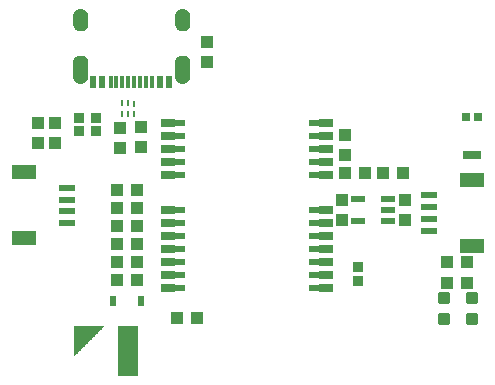
<source format=gtp>
G75*
%MOIN*%
%OFA0B0*%
%FSLAX25Y25*%
%IPPOS*%
%LPD*%
%AMOC8*
5,1,8,0,0,1.08239X$1,22.5*
%
%ADD10R,0.07874X0.04724*%
%ADD11R,0.05315X0.02362*%
%ADD12R,0.04331X0.03937*%
%ADD13C,0.00197*%
%ADD14R,0.06693X0.16535*%
%ADD15R,0.03937X0.04331*%
%ADD16C,0.01181*%
%ADD17R,0.02480X0.03268*%
%ADD18R,0.04724X0.02165*%
%ADD19R,0.04724X0.03150*%
%ADD20R,0.03543X0.02362*%
%ADD21R,0.00984X0.02402*%
%ADD22R,0.00984X0.02205*%
%ADD23R,0.01181X0.04000*%
%ADD24R,0.02362X0.04000*%
%ADD25R,0.02165X0.04000*%
%ADD26C,0.00039*%
%ADD27R,0.03543X0.03346*%
%ADD28R,0.06299X0.03150*%
%ADD29R,0.02559X0.03150*%
D10*
X0158865Y0127876D03*
X0158865Y0149924D03*
X0308302Y0147424D03*
X0308302Y0125376D03*
D11*
X0293833Y0130494D03*
X0293833Y0134431D03*
X0293833Y0138369D03*
X0293833Y0142306D03*
X0173333Y0140869D03*
X0173333Y0136931D03*
X0173333Y0132994D03*
X0173333Y0144806D03*
D12*
X0189987Y0143900D03*
X0196680Y0143900D03*
X0196680Y0137900D03*
X0189987Y0137900D03*
X0189987Y0131900D03*
X0196680Y0131900D03*
X0196680Y0125900D03*
X0189987Y0125900D03*
X0189987Y0119900D03*
X0196680Y0119900D03*
X0196680Y0113900D03*
X0189987Y0113900D03*
X0209987Y0101400D03*
X0216680Y0101400D03*
X0265987Y0149600D03*
X0272680Y0149600D03*
X0278787Y0149600D03*
X0285480Y0149600D03*
X0299987Y0119900D03*
X0306680Y0119900D03*
X0306680Y0113000D03*
X0299987Y0113000D03*
D13*
X0185231Y0098551D02*
X0175782Y0089102D01*
X0175782Y0098551D01*
X0185231Y0098551D01*
X0185123Y0098443D02*
X0175782Y0098443D01*
X0175782Y0098248D02*
X0184928Y0098248D01*
X0184732Y0098053D02*
X0175782Y0098053D01*
X0175782Y0097857D02*
X0184537Y0097857D01*
X0184342Y0097662D02*
X0175782Y0097662D01*
X0175782Y0097467D02*
X0184146Y0097467D01*
X0183951Y0097271D02*
X0175782Y0097271D01*
X0175782Y0097076D02*
X0183756Y0097076D01*
X0183560Y0096881D02*
X0175782Y0096881D01*
X0175782Y0096685D02*
X0183365Y0096685D01*
X0183170Y0096490D02*
X0175782Y0096490D01*
X0175782Y0096294D02*
X0182974Y0096294D01*
X0182779Y0096099D02*
X0175782Y0096099D01*
X0175782Y0095904D02*
X0182583Y0095904D01*
X0182388Y0095708D02*
X0175782Y0095708D01*
X0175782Y0095513D02*
X0182193Y0095513D01*
X0181997Y0095318D02*
X0175782Y0095318D01*
X0175782Y0095122D02*
X0181802Y0095122D01*
X0181607Y0094927D02*
X0175782Y0094927D01*
X0175782Y0094732D02*
X0181411Y0094732D01*
X0181216Y0094536D02*
X0175782Y0094536D01*
X0175782Y0094341D02*
X0181021Y0094341D01*
X0180825Y0094145D02*
X0175782Y0094145D01*
X0175782Y0093950D02*
X0180630Y0093950D01*
X0180435Y0093755D02*
X0175782Y0093755D01*
X0175782Y0093559D02*
X0180239Y0093559D01*
X0180044Y0093364D02*
X0175782Y0093364D01*
X0175782Y0093169D02*
X0179848Y0093169D01*
X0179653Y0092973D02*
X0175782Y0092973D01*
X0175782Y0092778D02*
X0179458Y0092778D01*
X0179262Y0092583D02*
X0175782Y0092583D01*
X0175782Y0092387D02*
X0179067Y0092387D01*
X0178872Y0092192D02*
X0175782Y0092192D01*
X0175782Y0091996D02*
X0178676Y0091996D01*
X0178481Y0091801D02*
X0175782Y0091801D01*
X0175782Y0091606D02*
X0178286Y0091606D01*
X0178090Y0091410D02*
X0175782Y0091410D01*
X0175782Y0091215D02*
X0177895Y0091215D01*
X0177699Y0091020D02*
X0175782Y0091020D01*
X0175782Y0090824D02*
X0177504Y0090824D01*
X0177309Y0090629D02*
X0175782Y0090629D01*
X0175782Y0090434D02*
X0177113Y0090434D01*
X0176918Y0090238D02*
X0175782Y0090238D01*
X0175782Y0090043D02*
X0176723Y0090043D01*
X0176527Y0089847D02*
X0175782Y0089847D01*
X0175782Y0089652D02*
X0176332Y0089652D01*
X0176137Y0089457D02*
X0175782Y0089457D01*
X0175782Y0089261D02*
X0175941Y0089261D01*
D14*
X0193617Y0090362D03*
D15*
X0264833Y0134054D03*
X0264833Y0140746D03*
X0285833Y0140746D03*
X0285833Y0134054D03*
X0265833Y0155554D03*
X0265833Y0162246D03*
X0220133Y0186654D03*
X0220133Y0193346D03*
X0198133Y0164946D03*
X0198133Y0158254D03*
X0190933Y0158054D03*
X0190933Y0164746D03*
X0169433Y0166246D03*
X0163533Y0166246D03*
X0163533Y0159554D03*
X0169433Y0159554D03*
D16*
X0297555Y0109331D02*
X0300311Y0109331D01*
X0300311Y0106575D01*
X0297555Y0106575D01*
X0297555Y0109331D01*
X0297555Y0107697D02*
X0300311Y0107697D01*
X0300311Y0108819D02*
X0297555Y0108819D01*
X0307055Y0109331D02*
X0309811Y0109331D01*
X0309811Y0106575D01*
X0307055Y0106575D01*
X0307055Y0109331D01*
X0307055Y0107697D02*
X0309811Y0107697D01*
X0309811Y0108819D02*
X0307055Y0108819D01*
X0307055Y0102425D02*
X0309811Y0102425D01*
X0309811Y0099669D01*
X0307055Y0099669D01*
X0307055Y0102425D01*
X0307055Y0100791D02*
X0309811Y0100791D01*
X0309811Y0101913D02*
X0307055Y0101913D01*
X0300311Y0102425D02*
X0297555Y0102425D01*
X0300311Y0102425D02*
X0300311Y0099669D01*
X0297555Y0099669D01*
X0297555Y0102425D01*
X0297555Y0100791D02*
X0300311Y0100791D01*
X0300311Y0101913D02*
X0297555Y0101913D01*
D17*
X0197861Y0106900D03*
X0188806Y0106900D03*
D18*
X0270215Y0133660D03*
X0270215Y0141140D03*
X0280452Y0141140D03*
X0280452Y0137400D03*
X0280452Y0133660D03*
D19*
X0259711Y0132994D03*
X0259711Y0128664D03*
X0259711Y0124333D03*
X0259711Y0120002D03*
X0259711Y0115672D03*
X0259711Y0111341D03*
X0259711Y0137325D03*
X0259711Y0149136D03*
X0259711Y0153467D03*
X0259711Y0157798D03*
X0259711Y0162128D03*
X0259711Y0166459D03*
X0206955Y0166459D03*
X0206955Y0162128D03*
X0206955Y0157798D03*
X0206955Y0153467D03*
X0206955Y0149136D03*
X0206955Y0137325D03*
X0206955Y0132994D03*
X0206955Y0128664D03*
X0206955Y0124333D03*
X0206955Y0120002D03*
X0206955Y0115672D03*
X0206955Y0111341D03*
D20*
X0211089Y0111341D03*
X0211089Y0115672D03*
X0211089Y0120002D03*
X0211089Y0124333D03*
X0211089Y0128664D03*
X0211089Y0132994D03*
X0211089Y0137325D03*
X0211089Y0149136D03*
X0211089Y0153467D03*
X0211089Y0157798D03*
X0211089Y0162128D03*
X0211089Y0166459D03*
X0255577Y0166459D03*
X0255577Y0162128D03*
X0255577Y0157798D03*
X0255577Y0153467D03*
X0255577Y0149136D03*
X0255577Y0137325D03*
X0255577Y0132994D03*
X0255577Y0128664D03*
X0255577Y0124333D03*
X0255577Y0120002D03*
X0255577Y0115672D03*
X0255577Y0111341D03*
D21*
X0195702Y0172794D03*
D22*
X0193733Y0172893D03*
X0191765Y0172893D03*
X0191765Y0169507D03*
X0193733Y0169507D03*
X0195702Y0169507D03*
D23*
X0195718Y0180094D03*
X0197686Y0180094D03*
X0199655Y0180094D03*
X0201623Y0180094D03*
X0193749Y0180094D03*
X0191781Y0180094D03*
X0189812Y0180094D03*
X0187844Y0180094D03*
D24*
X0182036Y0180094D03*
X0207430Y0180094D03*
D25*
X0204379Y0180094D03*
X0185088Y0180094D03*
D26*
X0180027Y0181518D02*
X0179881Y0181097D01*
X0179655Y0180712D01*
X0179359Y0180378D01*
X0179004Y0180109D01*
X0178602Y0179914D01*
X0178171Y0179801D01*
X0177725Y0179775D01*
X0177280Y0179801D01*
X0176849Y0179914D01*
X0176447Y0180109D01*
X0176092Y0180378D01*
X0175796Y0180712D01*
X0175570Y0181097D01*
X0175424Y0181518D01*
X0175363Y0181960D01*
X0175363Y0186684D01*
X0175444Y0187183D01*
X0175633Y0187651D01*
X0175922Y0188066D01*
X0176297Y0188406D01*
X0176737Y0188654D01*
X0177221Y0188798D01*
X0177725Y0188830D01*
X0178230Y0188798D01*
X0178714Y0188654D01*
X0179154Y0188406D01*
X0179528Y0188066D01*
X0179817Y0187651D01*
X0180007Y0187183D01*
X0180088Y0186684D01*
X0180088Y0181960D01*
X0180027Y0181518D01*
X0180027Y0181522D02*
X0175424Y0181522D01*
X0175418Y0181560D02*
X0180033Y0181560D01*
X0180038Y0181598D02*
X0175413Y0181598D01*
X0175408Y0181636D02*
X0180043Y0181636D01*
X0180048Y0181674D02*
X0175403Y0181674D01*
X0175397Y0181712D02*
X0180053Y0181712D01*
X0180059Y0181750D02*
X0175392Y0181750D01*
X0175387Y0181788D02*
X0180064Y0181788D01*
X0180069Y0181826D02*
X0175382Y0181826D01*
X0175377Y0181863D02*
X0180074Y0181863D01*
X0180080Y0181901D02*
X0175371Y0181901D01*
X0175366Y0181939D02*
X0180085Y0181939D01*
X0180088Y0181977D02*
X0175363Y0181977D01*
X0175363Y0182015D02*
X0180088Y0182015D01*
X0180088Y0182053D02*
X0175363Y0182053D01*
X0175363Y0182091D02*
X0180088Y0182091D01*
X0180088Y0182129D02*
X0175363Y0182129D01*
X0175363Y0182166D02*
X0180088Y0182166D01*
X0180088Y0182204D02*
X0175363Y0182204D01*
X0175363Y0182242D02*
X0180088Y0182242D01*
X0180088Y0182280D02*
X0175363Y0182280D01*
X0175363Y0182318D02*
X0180088Y0182318D01*
X0180088Y0182356D02*
X0175363Y0182356D01*
X0175363Y0182394D02*
X0180088Y0182394D01*
X0180088Y0182432D02*
X0175363Y0182432D01*
X0175363Y0182470D02*
X0180088Y0182470D01*
X0180088Y0182507D02*
X0175363Y0182507D01*
X0175363Y0182545D02*
X0180088Y0182545D01*
X0180088Y0182583D02*
X0175363Y0182583D01*
X0175363Y0182621D02*
X0180088Y0182621D01*
X0180088Y0182659D02*
X0175363Y0182659D01*
X0175363Y0182697D02*
X0180088Y0182697D01*
X0180088Y0182735D02*
X0175363Y0182735D01*
X0175363Y0182773D02*
X0180088Y0182773D01*
X0180088Y0182810D02*
X0175363Y0182810D01*
X0175363Y0182848D02*
X0180088Y0182848D01*
X0180088Y0182886D02*
X0175363Y0182886D01*
X0175363Y0182924D02*
X0180088Y0182924D01*
X0180088Y0182962D02*
X0175363Y0182962D01*
X0175363Y0183000D02*
X0180088Y0183000D01*
X0180088Y0183038D02*
X0175363Y0183038D01*
X0175363Y0183076D02*
X0180088Y0183076D01*
X0180088Y0183114D02*
X0175363Y0183114D01*
X0175363Y0183151D02*
X0180088Y0183151D01*
X0180088Y0183189D02*
X0175363Y0183189D01*
X0175363Y0183227D02*
X0180088Y0183227D01*
X0180088Y0183265D02*
X0175363Y0183265D01*
X0175363Y0183303D02*
X0180088Y0183303D01*
X0180088Y0183341D02*
X0175363Y0183341D01*
X0175363Y0183379D02*
X0180088Y0183379D01*
X0180088Y0183417D02*
X0175363Y0183417D01*
X0175363Y0183454D02*
X0180088Y0183454D01*
X0180088Y0183492D02*
X0175363Y0183492D01*
X0175363Y0183530D02*
X0180088Y0183530D01*
X0180088Y0183568D02*
X0175363Y0183568D01*
X0175363Y0183606D02*
X0180088Y0183606D01*
X0180088Y0183644D02*
X0175363Y0183644D01*
X0175363Y0183682D02*
X0180088Y0183682D01*
X0180088Y0183720D02*
X0175363Y0183720D01*
X0175363Y0183757D02*
X0180088Y0183757D01*
X0180088Y0183795D02*
X0175363Y0183795D01*
X0175363Y0183833D02*
X0180088Y0183833D01*
X0180088Y0183871D02*
X0175363Y0183871D01*
X0175363Y0183909D02*
X0180088Y0183909D01*
X0180088Y0183947D02*
X0175363Y0183947D01*
X0175363Y0183985D02*
X0180088Y0183985D01*
X0180088Y0184023D02*
X0175363Y0184023D01*
X0175363Y0184061D02*
X0180088Y0184061D01*
X0180088Y0184098D02*
X0175363Y0184098D01*
X0175363Y0184136D02*
X0180088Y0184136D01*
X0180088Y0184174D02*
X0175363Y0184174D01*
X0175363Y0184212D02*
X0180088Y0184212D01*
X0180088Y0184250D02*
X0175363Y0184250D01*
X0175363Y0184288D02*
X0180088Y0184288D01*
X0180088Y0184326D02*
X0175363Y0184326D01*
X0175363Y0184364D02*
X0180088Y0184364D01*
X0180088Y0184401D02*
X0175363Y0184401D01*
X0175363Y0184439D02*
X0180088Y0184439D01*
X0180088Y0184477D02*
X0175363Y0184477D01*
X0175363Y0184515D02*
X0180088Y0184515D01*
X0180088Y0184553D02*
X0175363Y0184553D01*
X0175363Y0184591D02*
X0180088Y0184591D01*
X0180088Y0184629D02*
X0175363Y0184629D01*
X0175363Y0184667D02*
X0180088Y0184667D01*
X0180088Y0184705D02*
X0175363Y0184705D01*
X0175363Y0184742D02*
X0180088Y0184742D01*
X0180088Y0184780D02*
X0175363Y0184780D01*
X0175363Y0184818D02*
X0180088Y0184818D01*
X0180088Y0184856D02*
X0175363Y0184856D01*
X0175363Y0184894D02*
X0180088Y0184894D01*
X0180088Y0184932D02*
X0175363Y0184932D01*
X0175363Y0184970D02*
X0180088Y0184970D01*
X0180088Y0185008D02*
X0175363Y0185008D01*
X0175363Y0185045D02*
X0180088Y0185045D01*
X0180088Y0185083D02*
X0175363Y0185083D01*
X0175363Y0185121D02*
X0180088Y0185121D01*
X0180088Y0185159D02*
X0175363Y0185159D01*
X0175363Y0185197D02*
X0180088Y0185197D01*
X0180088Y0185235D02*
X0175363Y0185235D01*
X0175363Y0185273D02*
X0180088Y0185273D01*
X0180088Y0185311D02*
X0175363Y0185311D01*
X0175363Y0185349D02*
X0180088Y0185349D01*
X0180088Y0185386D02*
X0175363Y0185386D01*
X0175363Y0185424D02*
X0180088Y0185424D01*
X0180088Y0185462D02*
X0175363Y0185462D01*
X0175363Y0185500D02*
X0180088Y0185500D01*
X0180088Y0185538D02*
X0175363Y0185538D01*
X0175363Y0185576D02*
X0180088Y0185576D01*
X0180088Y0185614D02*
X0175363Y0185614D01*
X0175363Y0185652D02*
X0180088Y0185652D01*
X0180088Y0185689D02*
X0175363Y0185689D01*
X0175363Y0185727D02*
X0180088Y0185727D01*
X0180088Y0185765D02*
X0175363Y0185765D01*
X0175363Y0185803D02*
X0180088Y0185803D01*
X0180088Y0185841D02*
X0175363Y0185841D01*
X0175363Y0185879D02*
X0180088Y0185879D01*
X0180088Y0185917D02*
X0175363Y0185917D01*
X0175363Y0185955D02*
X0180088Y0185955D01*
X0180088Y0185992D02*
X0175363Y0185992D01*
X0175363Y0186030D02*
X0180088Y0186030D01*
X0180088Y0186068D02*
X0175363Y0186068D01*
X0175363Y0186106D02*
X0180088Y0186106D01*
X0180088Y0186144D02*
X0175363Y0186144D01*
X0175363Y0186182D02*
X0180088Y0186182D01*
X0180088Y0186220D02*
X0175363Y0186220D01*
X0175363Y0186258D02*
X0180088Y0186258D01*
X0180088Y0186296D02*
X0175363Y0186296D01*
X0175363Y0186333D02*
X0180088Y0186333D01*
X0180088Y0186371D02*
X0175363Y0186371D01*
X0175363Y0186409D02*
X0180088Y0186409D01*
X0180088Y0186447D02*
X0175363Y0186447D01*
X0175363Y0186485D02*
X0180088Y0186485D01*
X0180088Y0186523D02*
X0175363Y0186523D01*
X0175363Y0186561D02*
X0180088Y0186561D01*
X0180088Y0186599D02*
X0175363Y0186599D01*
X0175363Y0186636D02*
X0180088Y0186636D01*
X0180088Y0186674D02*
X0175363Y0186674D01*
X0175368Y0186712D02*
X0180083Y0186712D01*
X0180077Y0186750D02*
X0175374Y0186750D01*
X0175380Y0186788D02*
X0180071Y0186788D01*
X0180065Y0186826D02*
X0175386Y0186826D01*
X0175392Y0186864D02*
X0180059Y0186864D01*
X0180053Y0186902D02*
X0175398Y0186902D01*
X0175404Y0186940D02*
X0180046Y0186940D01*
X0180040Y0186977D02*
X0175411Y0186977D01*
X0175417Y0187015D02*
X0180034Y0187015D01*
X0180028Y0187053D02*
X0175423Y0187053D01*
X0175429Y0187091D02*
X0180022Y0187091D01*
X0180016Y0187129D02*
X0175435Y0187129D01*
X0175441Y0187167D02*
X0180010Y0187167D01*
X0179998Y0187205D02*
X0175453Y0187205D01*
X0175468Y0187243D02*
X0179983Y0187243D01*
X0179968Y0187280D02*
X0175483Y0187280D01*
X0175499Y0187318D02*
X0179952Y0187318D01*
X0179937Y0187356D02*
X0175514Y0187356D01*
X0175529Y0187394D02*
X0179922Y0187394D01*
X0179906Y0187432D02*
X0175545Y0187432D01*
X0175560Y0187470D02*
X0179891Y0187470D01*
X0179876Y0187508D02*
X0175575Y0187508D01*
X0175591Y0187546D02*
X0179860Y0187546D01*
X0179845Y0187584D02*
X0175606Y0187584D01*
X0175621Y0187621D02*
X0179830Y0187621D01*
X0179812Y0187659D02*
X0175639Y0187659D01*
X0175665Y0187697D02*
X0179786Y0187697D01*
X0179759Y0187735D02*
X0175692Y0187735D01*
X0175718Y0187773D02*
X0179733Y0187773D01*
X0179706Y0187811D02*
X0175745Y0187811D01*
X0175771Y0187849D02*
X0179680Y0187849D01*
X0179654Y0187887D02*
X0175797Y0187887D01*
X0175824Y0187924D02*
X0179627Y0187924D01*
X0179601Y0187962D02*
X0175850Y0187962D01*
X0175877Y0188000D02*
X0179574Y0188000D01*
X0179548Y0188038D02*
X0175903Y0188038D01*
X0175934Y0188076D02*
X0179517Y0188076D01*
X0179476Y0188114D02*
X0175975Y0188114D01*
X0176017Y0188152D02*
X0179434Y0188152D01*
X0179392Y0188190D02*
X0176059Y0188190D01*
X0176100Y0188227D02*
X0179351Y0188227D01*
X0179309Y0188265D02*
X0176142Y0188265D01*
X0176184Y0188303D02*
X0179267Y0188303D01*
X0179225Y0188341D02*
X0176225Y0188341D01*
X0176267Y0188379D02*
X0179184Y0188379D01*
X0179134Y0188417D02*
X0176316Y0188417D01*
X0176384Y0188455D02*
X0179067Y0188455D01*
X0179000Y0188493D02*
X0176451Y0188493D01*
X0176518Y0188531D02*
X0178933Y0188531D01*
X0178865Y0188568D02*
X0176585Y0188568D01*
X0176653Y0188606D02*
X0178798Y0188606D01*
X0178731Y0188644D02*
X0176720Y0188644D01*
X0176832Y0188682D02*
X0178619Y0188682D01*
X0178491Y0188720D02*
X0176960Y0188720D01*
X0177088Y0188758D02*
X0178363Y0188758D01*
X0178236Y0188796D02*
X0177215Y0188796D01*
X0175436Y0181485D02*
X0180015Y0181485D01*
X0180002Y0181447D02*
X0175449Y0181447D01*
X0175462Y0181409D02*
X0179989Y0181409D01*
X0179976Y0181371D02*
X0175475Y0181371D01*
X0175488Y0181333D02*
X0179963Y0181333D01*
X0179950Y0181295D02*
X0175501Y0181295D01*
X0175515Y0181257D02*
X0179936Y0181257D01*
X0179923Y0181219D02*
X0175528Y0181219D01*
X0175541Y0181182D02*
X0179910Y0181182D01*
X0179897Y0181144D02*
X0175554Y0181144D01*
X0175567Y0181106D02*
X0179884Y0181106D01*
X0179864Y0181068D02*
X0175587Y0181068D01*
X0175609Y0181030D02*
X0179842Y0181030D01*
X0179820Y0180992D02*
X0175631Y0180992D01*
X0175654Y0180954D02*
X0179797Y0180954D01*
X0179775Y0180916D02*
X0175676Y0180916D01*
X0175698Y0180879D02*
X0179753Y0180879D01*
X0179731Y0180841D02*
X0175720Y0180841D01*
X0175742Y0180803D02*
X0179709Y0180803D01*
X0179686Y0180765D02*
X0175764Y0180765D01*
X0175787Y0180727D02*
X0179664Y0180727D01*
X0179635Y0180689D02*
X0175816Y0180689D01*
X0175849Y0180651D02*
X0179602Y0180651D01*
X0179568Y0180613D02*
X0175883Y0180613D01*
X0175917Y0180575D02*
X0179534Y0180575D01*
X0179501Y0180538D02*
X0175950Y0180538D01*
X0175984Y0180500D02*
X0179467Y0180500D01*
X0179433Y0180462D02*
X0176017Y0180462D01*
X0176051Y0180424D02*
X0179400Y0180424D01*
X0179366Y0180386D02*
X0176085Y0180386D01*
X0176131Y0180348D02*
X0179320Y0180348D01*
X0179270Y0180310D02*
X0176181Y0180310D01*
X0176231Y0180272D02*
X0179220Y0180272D01*
X0179170Y0180235D02*
X0176281Y0180235D01*
X0176331Y0180197D02*
X0179120Y0180197D01*
X0179070Y0180159D02*
X0176381Y0180159D01*
X0176431Y0180121D02*
X0179020Y0180121D01*
X0178950Y0180083D02*
X0176500Y0180083D01*
X0176578Y0180045D02*
X0178872Y0180045D01*
X0178794Y0180007D02*
X0176657Y0180007D01*
X0176735Y0179969D02*
X0178716Y0179969D01*
X0178638Y0179931D02*
X0176813Y0179931D01*
X0176927Y0179894D02*
X0178524Y0179894D01*
X0178379Y0179856D02*
X0177072Y0179856D01*
X0177217Y0179818D02*
X0178234Y0179818D01*
X0177812Y0179780D02*
X0177639Y0179780D01*
X0177725Y0197216D02*
X0177263Y0197263D01*
X0176818Y0197400D01*
X0176409Y0197621D01*
X0176051Y0197917D01*
X0175758Y0198278D01*
X0175540Y0198689D01*
X0175407Y0199135D01*
X0175363Y0199598D01*
X0175363Y0201960D01*
X0175410Y0202419D01*
X0175546Y0202859D01*
X0175765Y0203265D01*
X0176059Y0203620D01*
X0176417Y0203911D01*
X0176824Y0204127D01*
X0177266Y0204259D01*
X0177725Y0204302D01*
X0178249Y0204246D01*
X0178747Y0204074D01*
X0179194Y0203795D01*
X0179568Y0203424D01*
X0179850Y0202980D01*
X0180026Y0202483D01*
X0180088Y0201960D01*
X0180088Y0199598D01*
X0180030Y0199070D01*
X0179857Y0198567D01*
X0179576Y0198117D01*
X0179202Y0197739D01*
X0178754Y0197455D01*
X0178253Y0197277D01*
X0177725Y0197216D01*
X0177961Y0197243D02*
X0177457Y0197243D01*
X0177205Y0197281D02*
X0178264Y0197281D01*
X0178370Y0197319D02*
X0177082Y0197319D01*
X0176959Y0197357D02*
X0178477Y0197357D01*
X0178584Y0197395D02*
X0176836Y0197395D01*
X0176758Y0197433D02*
X0178691Y0197433D01*
X0178778Y0197471D02*
X0176688Y0197471D01*
X0176618Y0197508D02*
X0178838Y0197508D01*
X0178898Y0197546D02*
X0176548Y0197546D01*
X0176477Y0197584D02*
X0178958Y0197584D01*
X0179017Y0197622D02*
X0176408Y0197622D01*
X0176362Y0197660D02*
X0179077Y0197660D01*
X0179137Y0197698D02*
X0176316Y0197698D01*
X0176271Y0197736D02*
X0179196Y0197736D01*
X0179236Y0197774D02*
X0176225Y0197774D01*
X0176179Y0197811D02*
X0179274Y0197811D01*
X0179311Y0197849D02*
X0176133Y0197849D01*
X0176088Y0197887D02*
X0179349Y0197887D01*
X0179386Y0197925D02*
X0176045Y0197925D01*
X0176014Y0197963D02*
X0179424Y0197963D01*
X0179462Y0198001D02*
X0175983Y0198001D01*
X0175952Y0198039D02*
X0179499Y0198039D01*
X0179537Y0198077D02*
X0175922Y0198077D01*
X0175891Y0198115D02*
X0179574Y0198115D01*
X0179599Y0198152D02*
X0175860Y0198152D01*
X0175829Y0198190D02*
X0179622Y0198190D01*
X0179646Y0198228D02*
X0175798Y0198228D01*
X0175767Y0198266D02*
X0179669Y0198266D01*
X0179693Y0198304D02*
X0175744Y0198304D01*
X0175724Y0198342D02*
X0179717Y0198342D01*
X0179740Y0198380D02*
X0175704Y0198380D01*
X0175684Y0198418D02*
X0179764Y0198418D01*
X0179787Y0198455D02*
X0175664Y0198455D01*
X0175644Y0198493D02*
X0179811Y0198493D01*
X0179834Y0198531D02*
X0175624Y0198531D01*
X0175604Y0198569D02*
X0179858Y0198569D01*
X0179871Y0198607D02*
X0175584Y0198607D01*
X0175563Y0198645D02*
X0179884Y0198645D01*
X0179897Y0198683D02*
X0175543Y0198683D01*
X0175531Y0198721D02*
X0179910Y0198721D01*
X0179923Y0198759D02*
X0175519Y0198759D01*
X0175508Y0198796D02*
X0179936Y0198796D01*
X0179949Y0198834D02*
X0175497Y0198834D01*
X0175485Y0198872D02*
X0179962Y0198872D01*
X0179975Y0198910D02*
X0175474Y0198910D01*
X0175463Y0198948D02*
X0179988Y0198948D01*
X0180001Y0198986D02*
X0175451Y0198986D01*
X0175440Y0199024D02*
X0180015Y0199024D01*
X0180028Y0199062D02*
X0175429Y0199062D01*
X0175417Y0199099D02*
X0180034Y0199099D01*
X0180038Y0199137D02*
X0175407Y0199137D01*
X0175403Y0199175D02*
X0180042Y0199175D01*
X0180046Y0199213D02*
X0175400Y0199213D01*
X0175396Y0199251D02*
X0180050Y0199251D01*
X0180054Y0199289D02*
X0175392Y0199289D01*
X0175389Y0199327D02*
X0180058Y0199327D01*
X0180062Y0199365D02*
X0175385Y0199365D01*
X0175382Y0199403D02*
X0180066Y0199403D01*
X0180071Y0199440D02*
X0175378Y0199440D01*
X0175375Y0199478D02*
X0180075Y0199478D01*
X0180079Y0199516D02*
X0175371Y0199516D01*
X0175367Y0199554D02*
X0180083Y0199554D01*
X0180087Y0199592D02*
X0175364Y0199592D01*
X0175363Y0199630D02*
X0180088Y0199630D01*
X0180088Y0199668D02*
X0175363Y0199668D01*
X0175363Y0199706D02*
X0180088Y0199706D01*
X0180088Y0199743D02*
X0175363Y0199743D01*
X0175363Y0199781D02*
X0180088Y0199781D01*
X0180088Y0199819D02*
X0175363Y0199819D01*
X0175363Y0199857D02*
X0180088Y0199857D01*
X0180088Y0199895D02*
X0175363Y0199895D01*
X0175363Y0199933D02*
X0180088Y0199933D01*
X0180088Y0199971D02*
X0175363Y0199971D01*
X0175363Y0200009D02*
X0180088Y0200009D01*
X0180088Y0200046D02*
X0175363Y0200046D01*
X0175363Y0200084D02*
X0180088Y0200084D01*
X0180088Y0200122D02*
X0175363Y0200122D01*
X0175363Y0200160D02*
X0180088Y0200160D01*
X0180088Y0200198D02*
X0175363Y0200198D01*
X0175363Y0200236D02*
X0180088Y0200236D01*
X0180088Y0200274D02*
X0175363Y0200274D01*
X0175363Y0200312D02*
X0180088Y0200312D01*
X0180088Y0200350D02*
X0175363Y0200350D01*
X0175363Y0200387D02*
X0180088Y0200387D01*
X0180088Y0200425D02*
X0175363Y0200425D01*
X0175363Y0200463D02*
X0180088Y0200463D01*
X0180088Y0200501D02*
X0175363Y0200501D01*
X0175363Y0200539D02*
X0180088Y0200539D01*
X0180088Y0200577D02*
X0175363Y0200577D01*
X0175363Y0200615D02*
X0180088Y0200615D01*
X0180088Y0200653D02*
X0175363Y0200653D01*
X0175363Y0200690D02*
X0180088Y0200690D01*
X0180088Y0200728D02*
X0175363Y0200728D01*
X0175363Y0200766D02*
X0180088Y0200766D01*
X0180088Y0200804D02*
X0175363Y0200804D01*
X0175363Y0200842D02*
X0180088Y0200842D01*
X0180088Y0200880D02*
X0175363Y0200880D01*
X0175363Y0200918D02*
X0180088Y0200918D01*
X0180088Y0200956D02*
X0175363Y0200956D01*
X0175363Y0200994D02*
X0180088Y0200994D01*
X0180088Y0201031D02*
X0175363Y0201031D01*
X0175363Y0201069D02*
X0180088Y0201069D01*
X0180088Y0201107D02*
X0175363Y0201107D01*
X0175363Y0201145D02*
X0180088Y0201145D01*
X0180088Y0201183D02*
X0175363Y0201183D01*
X0175363Y0201221D02*
X0180088Y0201221D01*
X0180088Y0201259D02*
X0175363Y0201259D01*
X0175363Y0201297D02*
X0180088Y0201297D01*
X0180088Y0201334D02*
X0175363Y0201334D01*
X0175363Y0201372D02*
X0180088Y0201372D01*
X0180088Y0201410D02*
X0175363Y0201410D01*
X0175363Y0201448D02*
X0180088Y0201448D01*
X0180088Y0201486D02*
X0175363Y0201486D01*
X0175363Y0201524D02*
X0180088Y0201524D01*
X0180088Y0201562D02*
X0175363Y0201562D01*
X0175363Y0201600D02*
X0180088Y0201600D01*
X0180088Y0201638D02*
X0175363Y0201638D01*
X0175363Y0201675D02*
X0180088Y0201675D01*
X0180088Y0201713D02*
X0175363Y0201713D01*
X0175363Y0201751D02*
X0180088Y0201751D01*
X0180088Y0201789D02*
X0175363Y0201789D01*
X0175363Y0201827D02*
X0180088Y0201827D01*
X0180088Y0201865D02*
X0175363Y0201865D01*
X0175363Y0201903D02*
X0180088Y0201903D01*
X0180088Y0201941D02*
X0175363Y0201941D01*
X0175365Y0201978D02*
X0180085Y0201978D01*
X0180081Y0202016D02*
X0175369Y0202016D01*
X0175373Y0202054D02*
X0180077Y0202054D01*
X0180072Y0202092D02*
X0175377Y0202092D01*
X0175381Y0202130D02*
X0180068Y0202130D01*
X0180063Y0202168D02*
X0175385Y0202168D01*
X0175388Y0202206D02*
X0180059Y0202206D01*
X0180054Y0202244D02*
X0175392Y0202244D01*
X0175396Y0202281D02*
X0180050Y0202281D01*
X0180046Y0202319D02*
X0175400Y0202319D01*
X0175404Y0202357D02*
X0180041Y0202357D01*
X0180037Y0202395D02*
X0175408Y0202395D01*
X0175415Y0202433D02*
X0180032Y0202433D01*
X0180028Y0202471D02*
X0175426Y0202471D01*
X0175438Y0202509D02*
X0180017Y0202509D01*
X0180004Y0202547D02*
X0175450Y0202547D01*
X0175461Y0202585D02*
X0179990Y0202585D01*
X0179977Y0202622D02*
X0175473Y0202622D01*
X0175485Y0202660D02*
X0179964Y0202660D01*
X0179950Y0202698D02*
X0175496Y0202698D01*
X0175508Y0202736D02*
X0179937Y0202736D01*
X0179923Y0202774D02*
X0175520Y0202774D01*
X0175531Y0202812D02*
X0179910Y0202812D01*
X0179896Y0202850D02*
X0175543Y0202850D01*
X0175561Y0202888D02*
X0179883Y0202888D01*
X0179870Y0202925D02*
X0175582Y0202925D01*
X0175602Y0202963D02*
X0179856Y0202963D01*
X0179837Y0203001D02*
X0175623Y0203001D01*
X0175643Y0203039D02*
X0179813Y0203039D01*
X0179789Y0203077D02*
X0175664Y0203077D01*
X0175684Y0203115D02*
X0179765Y0203115D01*
X0179741Y0203153D02*
X0175705Y0203153D01*
X0175725Y0203191D02*
X0179717Y0203191D01*
X0179693Y0203229D02*
X0175745Y0203229D01*
X0175766Y0203266D02*
X0179668Y0203266D01*
X0179644Y0203304D02*
X0175798Y0203304D01*
X0175829Y0203342D02*
X0179620Y0203342D01*
X0179596Y0203380D02*
X0175860Y0203380D01*
X0175892Y0203418D02*
X0179572Y0203418D01*
X0179537Y0203456D02*
X0175923Y0203456D01*
X0175954Y0203494D02*
X0179498Y0203494D01*
X0179460Y0203532D02*
X0175986Y0203532D01*
X0176017Y0203569D02*
X0179422Y0203569D01*
X0179384Y0203607D02*
X0176048Y0203607D01*
X0176090Y0203645D02*
X0179346Y0203645D01*
X0179307Y0203683D02*
X0176136Y0203683D01*
X0176183Y0203721D02*
X0179269Y0203721D01*
X0179231Y0203759D02*
X0176229Y0203759D01*
X0176276Y0203797D02*
X0179192Y0203797D01*
X0179131Y0203835D02*
X0176323Y0203835D01*
X0176369Y0203873D02*
X0179070Y0203873D01*
X0179009Y0203910D02*
X0176416Y0203910D01*
X0176487Y0203948D02*
X0178949Y0203948D01*
X0178888Y0203986D02*
X0176558Y0203986D01*
X0176630Y0204024D02*
X0178827Y0204024D01*
X0178766Y0204062D02*
X0176701Y0204062D01*
X0176773Y0204100D02*
X0178671Y0204100D01*
X0178562Y0204138D02*
X0176860Y0204138D01*
X0176987Y0204176D02*
X0178452Y0204176D01*
X0178342Y0204213D02*
X0177114Y0204213D01*
X0177240Y0204251D02*
X0178196Y0204251D01*
X0177847Y0204289D02*
X0177586Y0204289D01*
X0209379Y0201960D02*
X0209379Y0199598D01*
X0209423Y0199135D01*
X0209556Y0198689D01*
X0209773Y0198278D01*
X0210067Y0197917D01*
X0210425Y0197621D01*
X0210834Y0197400D01*
X0211279Y0197263D01*
X0211741Y0197216D01*
X0212269Y0197277D01*
X0212769Y0197455D01*
X0213218Y0197739D01*
X0213592Y0198117D01*
X0213873Y0198567D01*
X0214046Y0199070D01*
X0214103Y0199598D01*
X0214103Y0201960D01*
X0214042Y0202483D01*
X0213866Y0202980D01*
X0213584Y0203424D01*
X0213210Y0203795D01*
X0212763Y0204074D01*
X0212265Y0204246D01*
X0211741Y0204302D01*
X0211282Y0204259D01*
X0210840Y0204127D01*
X0210433Y0203911D01*
X0210075Y0203620D01*
X0209781Y0203265D01*
X0209562Y0202859D01*
X0209426Y0202419D01*
X0209379Y0201960D01*
X0209381Y0201978D02*
X0214101Y0201978D01*
X0214103Y0201941D02*
X0209379Y0201941D01*
X0209379Y0201903D02*
X0214103Y0201903D01*
X0214103Y0201865D02*
X0209379Y0201865D01*
X0209379Y0201827D02*
X0214103Y0201827D01*
X0214103Y0201789D02*
X0209379Y0201789D01*
X0209379Y0201751D02*
X0214103Y0201751D01*
X0214103Y0201713D02*
X0209379Y0201713D01*
X0209379Y0201675D02*
X0214103Y0201675D01*
X0214103Y0201638D02*
X0209379Y0201638D01*
X0209379Y0201600D02*
X0214103Y0201600D01*
X0214103Y0201562D02*
X0209379Y0201562D01*
X0209379Y0201524D02*
X0214103Y0201524D01*
X0214103Y0201486D02*
X0209379Y0201486D01*
X0209379Y0201448D02*
X0214103Y0201448D01*
X0214103Y0201410D02*
X0209379Y0201410D01*
X0209379Y0201372D02*
X0214103Y0201372D01*
X0214103Y0201334D02*
X0209379Y0201334D01*
X0209379Y0201297D02*
X0214103Y0201297D01*
X0214103Y0201259D02*
X0209379Y0201259D01*
X0209379Y0201221D02*
X0214103Y0201221D01*
X0214103Y0201183D02*
X0209379Y0201183D01*
X0209379Y0201145D02*
X0214103Y0201145D01*
X0214103Y0201107D02*
X0209379Y0201107D01*
X0209379Y0201069D02*
X0214103Y0201069D01*
X0214103Y0201031D02*
X0209379Y0201031D01*
X0209379Y0200994D02*
X0214103Y0200994D01*
X0214103Y0200956D02*
X0209379Y0200956D01*
X0209379Y0200918D02*
X0214103Y0200918D01*
X0214103Y0200880D02*
X0209379Y0200880D01*
X0209379Y0200842D02*
X0214103Y0200842D01*
X0214103Y0200804D02*
X0209379Y0200804D01*
X0209379Y0200766D02*
X0214103Y0200766D01*
X0214103Y0200728D02*
X0209379Y0200728D01*
X0209379Y0200690D02*
X0214103Y0200690D01*
X0214103Y0200653D02*
X0209379Y0200653D01*
X0209379Y0200615D02*
X0214103Y0200615D01*
X0214103Y0200577D02*
X0209379Y0200577D01*
X0209379Y0200539D02*
X0214103Y0200539D01*
X0214103Y0200501D02*
X0209379Y0200501D01*
X0209379Y0200463D02*
X0214103Y0200463D01*
X0214103Y0200425D02*
X0209379Y0200425D01*
X0209379Y0200387D02*
X0214103Y0200387D01*
X0214103Y0200350D02*
X0209379Y0200350D01*
X0209379Y0200312D02*
X0214103Y0200312D01*
X0214103Y0200274D02*
X0209379Y0200274D01*
X0209379Y0200236D02*
X0214103Y0200236D01*
X0214103Y0200198D02*
X0209379Y0200198D01*
X0209379Y0200160D02*
X0214103Y0200160D01*
X0214103Y0200122D02*
X0209379Y0200122D01*
X0209379Y0200084D02*
X0214103Y0200084D01*
X0214103Y0200046D02*
X0209379Y0200046D01*
X0209379Y0200009D02*
X0214103Y0200009D01*
X0214103Y0199971D02*
X0209379Y0199971D01*
X0209379Y0199933D02*
X0214103Y0199933D01*
X0214103Y0199895D02*
X0209379Y0199895D01*
X0209379Y0199857D02*
X0214103Y0199857D01*
X0214103Y0199819D02*
X0209379Y0199819D01*
X0209379Y0199781D02*
X0214103Y0199781D01*
X0214103Y0199743D02*
X0209379Y0199743D01*
X0209379Y0199706D02*
X0214103Y0199706D01*
X0214103Y0199668D02*
X0209379Y0199668D01*
X0209379Y0199630D02*
X0214103Y0199630D01*
X0214103Y0199592D02*
X0209380Y0199592D01*
X0209383Y0199554D02*
X0214099Y0199554D01*
X0214095Y0199516D02*
X0209387Y0199516D01*
X0209390Y0199478D02*
X0214090Y0199478D01*
X0214086Y0199440D02*
X0209394Y0199440D01*
X0209397Y0199403D02*
X0214082Y0199403D01*
X0214078Y0199365D02*
X0209401Y0199365D01*
X0209405Y0199327D02*
X0214074Y0199327D01*
X0214070Y0199289D02*
X0209408Y0199289D01*
X0209412Y0199251D02*
X0214066Y0199251D01*
X0214062Y0199213D02*
X0209415Y0199213D01*
X0209419Y0199175D02*
X0214058Y0199175D01*
X0214053Y0199137D02*
X0209422Y0199137D01*
X0209433Y0199099D02*
X0214049Y0199099D01*
X0214043Y0199062D02*
X0209445Y0199062D01*
X0209456Y0199024D02*
X0214030Y0199024D01*
X0214017Y0198986D02*
X0209467Y0198986D01*
X0209478Y0198948D02*
X0214004Y0198948D01*
X0213991Y0198910D02*
X0209490Y0198910D01*
X0209501Y0198872D02*
X0213978Y0198872D01*
X0213965Y0198834D02*
X0209512Y0198834D01*
X0209524Y0198796D02*
X0213952Y0198796D01*
X0213939Y0198759D02*
X0209535Y0198759D01*
X0209546Y0198721D02*
X0213926Y0198721D01*
X0213913Y0198683D02*
X0209559Y0198683D01*
X0209579Y0198645D02*
X0213900Y0198645D01*
X0213886Y0198607D02*
X0209599Y0198607D01*
X0209619Y0198569D02*
X0213873Y0198569D01*
X0213850Y0198531D02*
X0209639Y0198531D01*
X0209659Y0198493D02*
X0213827Y0198493D01*
X0213803Y0198455D02*
X0209679Y0198455D01*
X0209699Y0198418D02*
X0213779Y0198418D01*
X0213756Y0198380D02*
X0209720Y0198380D01*
X0209740Y0198342D02*
X0213732Y0198342D01*
X0213709Y0198304D02*
X0209760Y0198304D01*
X0209783Y0198266D02*
X0213685Y0198266D01*
X0213662Y0198228D02*
X0209814Y0198228D01*
X0209845Y0198190D02*
X0213638Y0198190D01*
X0213614Y0198152D02*
X0209876Y0198152D01*
X0209906Y0198115D02*
X0213590Y0198115D01*
X0213552Y0198077D02*
X0209937Y0198077D01*
X0209968Y0198039D02*
X0213515Y0198039D01*
X0213477Y0198001D02*
X0209999Y0198001D01*
X0210030Y0197963D02*
X0213440Y0197963D01*
X0213402Y0197925D02*
X0210061Y0197925D01*
X0210103Y0197887D02*
X0213365Y0197887D01*
X0213327Y0197849D02*
X0210149Y0197849D01*
X0210195Y0197811D02*
X0213290Y0197811D01*
X0213252Y0197774D02*
X0210241Y0197774D01*
X0210286Y0197736D02*
X0213212Y0197736D01*
X0213152Y0197698D02*
X0210332Y0197698D01*
X0210378Y0197660D02*
X0213093Y0197660D01*
X0213033Y0197622D02*
X0210424Y0197622D01*
X0210493Y0197584D02*
X0212973Y0197584D01*
X0212914Y0197546D02*
X0210563Y0197546D01*
X0210633Y0197508D02*
X0212854Y0197508D01*
X0212794Y0197471D02*
X0210704Y0197471D01*
X0210774Y0197433D02*
X0212707Y0197433D01*
X0212600Y0197395D02*
X0210851Y0197395D01*
X0210974Y0197357D02*
X0212493Y0197357D01*
X0212386Y0197319D02*
X0211097Y0197319D01*
X0211220Y0197281D02*
X0212279Y0197281D01*
X0211977Y0197243D02*
X0211473Y0197243D01*
X0209385Y0202016D02*
X0214097Y0202016D01*
X0214092Y0202054D02*
X0209389Y0202054D01*
X0209393Y0202092D02*
X0214088Y0202092D01*
X0214084Y0202130D02*
X0209396Y0202130D01*
X0209400Y0202168D02*
X0214079Y0202168D01*
X0214075Y0202206D02*
X0209404Y0202206D01*
X0209408Y0202244D02*
X0214070Y0202244D01*
X0214066Y0202281D02*
X0209412Y0202281D01*
X0209416Y0202319D02*
X0214061Y0202319D01*
X0214057Y0202357D02*
X0209420Y0202357D01*
X0209424Y0202395D02*
X0214053Y0202395D01*
X0214048Y0202433D02*
X0209431Y0202433D01*
X0209442Y0202471D02*
X0214044Y0202471D01*
X0214033Y0202509D02*
X0209454Y0202509D01*
X0209466Y0202547D02*
X0214020Y0202547D01*
X0214006Y0202585D02*
X0209477Y0202585D01*
X0209489Y0202622D02*
X0213993Y0202622D01*
X0213979Y0202660D02*
X0209501Y0202660D01*
X0209512Y0202698D02*
X0213966Y0202698D01*
X0213952Y0202736D02*
X0209524Y0202736D01*
X0209536Y0202774D02*
X0213939Y0202774D01*
X0213926Y0202812D02*
X0209547Y0202812D01*
X0209559Y0202850D02*
X0213912Y0202850D01*
X0213899Y0202888D02*
X0209577Y0202888D01*
X0209598Y0202925D02*
X0213885Y0202925D01*
X0213872Y0202963D02*
X0209618Y0202963D01*
X0209638Y0203001D02*
X0213852Y0203001D01*
X0213828Y0203039D02*
X0209659Y0203039D01*
X0209679Y0203077D02*
X0213804Y0203077D01*
X0213780Y0203115D02*
X0209700Y0203115D01*
X0209720Y0203153D02*
X0213756Y0203153D01*
X0213732Y0203191D02*
X0209741Y0203191D01*
X0209761Y0203229D02*
X0213708Y0203229D01*
X0213684Y0203266D02*
X0209782Y0203266D01*
X0209813Y0203304D02*
X0213660Y0203304D01*
X0213636Y0203342D02*
X0209845Y0203342D01*
X0209876Y0203380D02*
X0213612Y0203380D01*
X0213588Y0203418D02*
X0209907Y0203418D01*
X0209939Y0203456D02*
X0213552Y0203456D01*
X0213514Y0203494D02*
X0209970Y0203494D01*
X0210001Y0203532D02*
X0213476Y0203532D01*
X0213438Y0203569D02*
X0210033Y0203569D01*
X0210064Y0203607D02*
X0213400Y0203607D01*
X0213361Y0203645D02*
X0210106Y0203645D01*
X0210152Y0203683D02*
X0213323Y0203683D01*
X0213285Y0203721D02*
X0210199Y0203721D01*
X0210245Y0203759D02*
X0213247Y0203759D01*
X0213208Y0203797D02*
X0210292Y0203797D01*
X0210338Y0203835D02*
X0213147Y0203835D01*
X0213086Y0203873D02*
X0210385Y0203873D01*
X0210431Y0203910D02*
X0213025Y0203910D01*
X0212964Y0203948D02*
X0210502Y0203948D01*
X0210574Y0203986D02*
X0212903Y0203986D01*
X0212843Y0204024D02*
X0210646Y0204024D01*
X0210717Y0204062D02*
X0212782Y0204062D01*
X0212687Y0204100D02*
X0210789Y0204100D01*
X0210876Y0204138D02*
X0212577Y0204138D01*
X0212468Y0204176D02*
X0211003Y0204176D01*
X0211129Y0204213D02*
X0212358Y0204213D01*
X0212212Y0204251D02*
X0211256Y0204251D01*
X0211602Y0204289D02*
X0211862Y0204289D01*
X0211741Y0188830D02*
X0212245Y0188798D01*
X0212730Y0188654D01*
X0213170Y0188406D01*
X0213544Y0188066D01*
X0213833Y0187651D01*
X0214023Y0187183D01*
X0214103Y0186684D01*
X0214103Y0181960D01*
X0214042Y0181518D01*
X0213896Y0181097D01*
X0213671Y0180712D01*
X0213375Y0180378D01*
X0213019Y0180109D01*
X0212618Y0179914D01*
X0212186Y0179801D01*
X0211741Y0179775D01*
X0211296Y0179801D01*
X0210864Y0179914D01*
X0210463Y0180109D01*
X0210108Y0180378D01*
X0209811Y0180712D01*
X0209586Y0181097D01*
X0209440Y0181518D01*
X0209379Y0181960D01*
X0209379Y0186684D01*
X0209460Y0187183D01*
X0209649Y0187651D01*
X0209938Y0188066D01*
X0210312Y0188406D01*
X0210753Y0188654D01*
X0211237Y0188798D01*
X0211741Y0188830D01*
X0211231Y0188796D02*
X0212251Y0188796D01*
X0212379Y0188758D02*
X0211103Y0188758D01*
X0210976Y0188720D02*
X0212507Y0188720D01*
X0212634Y0188682D02*
X0210848Y0188682D01*
X0210736Y0188644D02*
X0212747Y0188644D01*
X0212814Y0188606D02*
X0210668Y0188606D01*
X0210601Y0188568D02*
X0212881Y0188568D01*
X0212948Y0188531D02*
X0210534Y0188531D01*
X0210467Y0188493D02*
X0213016Y0188493D01*
X0213083Y0188455D02*
X0210399Y0188455D01*
X0210332Y0188417D02*
X0213150Y0188417D01*
X0213199Y0188379D02*
X0210283Y0188379D01*
X0210241Y0188341D02*
X0213241Y0188341D01*
X0213283Y0188303D02*
X0210200Y0188303D01*
X0210158Y0188265D02*
X0213325Y0188265D01*
X0213366Y0188227D02*
X0210116Y0188227D01*
X0210074Y0188190D02*
X0213408Y0188190D01*
X0213450Y0188152D02*
X0210033Y0188152D01*
X0209991Y0188114D02*
X0213491Y0188114D01*
X0213533Y0188076D02*
X0209949Y0188076D01*
X0209919Y0188038D02*
X0213564Y0188038D01*
X0213590Y0188000D02*
X0209892Y0188000D01*
X0209866Y0187962D02*
X0213616Y0187962D01*
X0213643Y0187924D02*
X0209840Y0187924D01*
X0209813Y0187887D02*
X0213669Y0187887D01*
X0213696Y0187849D02*
X0209787Y0187849D01*
X0209760Y0187811D02*
X0213722Y0187811D01*
X0213749Y0187773D02*
X0209734Y0187773D01*
X0209707Y0187735D02*
X0213775Y0187735D01*
X0213801Y0187697D02*
X0209681Y0187697D01*
X0209655Y0187659D02*
X0213828Y0187659D01*
X0213845Y0187621D02*
X0209637Y0187621D01*
X0209622Y0187584D02*
X0213861Y0187584D01*
X0213876Y0187546D02*
X0209606Y0187546D01*
X0209591Y0187508D02*
X0213891Y0187508D01*
X0213907Y0187470D02*
X0209576Y0187470D01*
X0209560Y0187432D02*
X0213922Y0187432D01*
X0213937Y0187394D02*
X0209545Y0187394D01*
X0209530Y0187356D02*
X0213953Y0187356D01*
X0213968Y0187318D02*
X0209514Y0187318D01*
X0209499Y0187280D02*
X0213983Y0187280D01*
X0213999Y0187243D02*
X0209484Y0187243D01*
X0209468Y0187205D02*
X0214014Y0187205D01*
X0214025Y0187167D02*
X0209457Y0187167D01*
X0209451Y0187129D02*
X0214032Y0187129D01*
X0214038Y0187091D02*
X0209445Y0187091D01*
X0209439Y0187053D02*
X0214044Y0187053D01*
X0214050Y0187015D02*
X0209432Y0187015D01*
X0209426Y0186977D02*
X0214056Y0186977D01*
X0214062Y0186940D02*
X0209420Y0186940D01*
X0209414Y0186902D02*
X0214068Y0186902D01*
X0214074Y0186864D02*
X0209408Y0186864D01*
X0209402Y0186826D02*
X0214081Y0186826D01*
X0214087Y0186788D02*
X0209396Y0186788D01*
X0209390Y0186750D02*
X0214093Y0186750D01*
X0214099Y0186712D02*
X0209384Y0186712D01*
X0209379Y0186674D02*
X0214103Y0186674D01*
X0214103Y0186636D02*
X0209379Y0186636D01*
X0209379Y0186599D02*
X0214103Y0186599D01*
X0214103Y0186561D02*
X0209379Y0186561D01*
X0209379Y0186523D02*
X0214103Y0186523D01*
X0214103Y0186485D02*
X0209379Y0186485D01*
X0209379Y0186447D02*
X0214103Y0186447D01*
X0214103Y0186409D02*
X0209379Y0186409D01*
X0209379Y0186371D02*
X0214103Y0186371D01*
X0214103Y0186333D02*
X0209379Y0186333D01*
X0209379Y0186296D02*
X0214103Y0186296D01*
X0214103Y0186258D02*
X0209379Y0186258D01*
X0209379Y0186220D02*
X0214103Y0186220D01*
X0214103Y0186182D02*
X0209379Y0186182D01*
X0209379Y0186144D02*
X0214103Y0186144D01*
X0214103Y0186106D02*
X0209379Y0186106D01*
X0209379Y0186068D02*
X0214103Y0186068D01*
X0214103Y0186030D02*
X0209379Y0186030D01*
X0209379Y0185992D02*
X0214103Y0185992D01*
X0214103Y0185955D02*
X0209379Y0185955D01*
X0209379Y0185917D02*
X0214103Y0185917D01*
X0214103Y0185879D02*
X0209379Y0185879D01*
X0209379Y0185841D02*
X0214103Y0185841D01*
X0214103Y0185803D02*
X0209379Y0185803D01*
X0209379Y0185765D02*
X0214103Y0185765D01*
X0214103Y0185727D02*
X0209379Y0185727D01*
X0209379Y0185689D02*
X0214103Y0185689D01*
X0214103Y0185652D02*
X0209379Y0185652D01*
X0209379Y0185614D02*
X0214103Y0185614D01*
X0214103Y0185576D02*
X0209379Y0185576D01*
X0209379Y0185538D02*
X0214103Y0185538D01*
X0214103Y0185500D02*
X0209379Y0185500D01*
X0209379Y0185462D02*
X0214103Y0185462D01*
X0214103Y0185424D02*
X0209379Y0185424D01*
X0209379Y0185386D02*
X0214103Y0185386D01*
X0214103Y0185349D02*
X0209379Y0185349D01*
X0209379Y0185311D02*
X0214103Y0185311D01*
X0214103Y0185273D02*
X0209379Y0185273D01*
X0209379Y0185235D02*
X0214103Y0185235D01*
X0214103Y0185197D02*
X0209379Y0185197D01*
X0209379Y0185159D02*
X0214103Y0185159D01*
X0214103Y0185121D02*
X0209379Y0185121D01*
X0209379Y0185083D02*
X0214103Y0185083D01*
X0214103Y0185045D02*
X0209379Y0185045D01*
X0209379Y0185008D02*
X0214103Y0185008D01*
X0214103Y0184970D02*
X0209379Y0184970D01*
X0209379Y0184932D02*
X0214103Y0184932D01*
X0214103Y0184894D02*
X0209379Y0184894D01*
X0209379Y0184856D02*
X0214103Y0184856D01*
X0214103Y0184818D02*
X0209379Y0184818D01*
X0209379Y0184780D02*
X0214103Y0184780D01*
X0214103Y0184742D02*
X0209379Y0184742D01*
X0209379Y0184705D02*
X0214103Y0184705D01*
X0214103Y0184667D02*
X0209379Y0184667D01*
X0209379Y0184629D02*
X0214103Y0184629D01*
X0214103Y0184591D02*
X0209379Y0184591D01*
X0209379Y0184553D02*
X0214103Y0184553D01*
X0214103Y0184515D02*
X0209379Y0184515D01*
X0209379Y0184477D02*
X0214103Y0184477D01*
X0214103Y0184439D02*
X0209379Y0184439D01*
X0209379Y0184401D02*
X0214103Y0184401D01*
X0214103Y0184364D02*
X0209379Y0184364D01*
X0209379Y0184326D02*
X0214103Y0184326D01*
X0214103Y0184288D02*
X0209379Y0184288D01*
X0209379Y0184250D02*
X0214103Y0184250D01*
X0214103Y0184212D02*
X0209379Y0184212D01*
X0209379Y0184174D02*
X0214103Y0184174D01*
X0214103Y0184136D02*
X0209379Y0184136D01*
X0209379Y0184098D02*
X0214103Y0184098D01*
X0214103Y0184061D02*
X0209379Y0184061D01*
X0209379Y0184023D02*
X0214103Y0184023D01*
X0214103Y0183985D02*
X0209379Y0183985D01*
X0209379Y0183947D02*
X0214103Y0183947D01*
X0214103Y0183909D02*
X0209379Y0183909D01*
X0209379Y0183871D02*
X0214103Y0183871D01*
X0214103Y0183833D02*
X0209379Y0183833D01*
X0209379Y0183795D02*
X0214103Y0183795D01*
X0214103Y0183757D02*
X0209379Y0183757D01*
X0209379Y0183720D02*
X0214103Y0183720D01*
X0214103Y0183682D02*
X0209379Y0183682D01*
X0209379Y0183644D02*
X0214103Y0183644D01*
X0214103Y0183606D02*
X0209379Y0183606D01*
X0209379Y0183568D02*
X0214103Y0183568D01*
X0214103Y0183530D02*
X0209379Y0183530D01*
X0209379Y0183492D02*
X0214103Y0183492D01*
X0214103Y0183454D02*
X0209379Y0183454D01*
X0209379Y0183417D02*
X0214103Y0183417D01*
X0214103Y0183379D02*
X0209379Y0183379D01*
X0209379Y0183341D02*
X0214103Y0183341D01*
X0214103Y0183303D02*
X0209379Y0183303D01*
X0209379Y0183265D02*
X0214103Y0183265D01*
X0214103Y0183227D02*
X0209379Y0183227D01*
X0209379Y0183189D02*
X0214103Y0183189D01*
X0214103Y0183151D02*
X0209379Y0183151D01*
X0209379Y0183114D02*
X0214103Y0183114D01*
X0214103Y0183076D02*
X0209379Y0183076D01*
X0209379Y0183038D02*
X0214103Y0183038D01*
X0214103Y0183000D02*
X0209379Y0183000D01*
X0209379Y0182962D02*
X0214103Y0182962D01*
X0214103Y0182924D02*
X0209379Y0182924D01*
X0209379Y0182886D02*
X0214103Y0182886D01*
X0214103Y0182848D02*
X0209379Y0182848D01*
X0209379Y0182810D02*
X0214103Y0182810D01*
X0214103Y0182773D02*
X0209379Y0182773D01*
X0209379Y0182735D02*
X0214103Y0182735D01*
X0214103Y0182697D02*
X0209379Y0182697D01*
X0209379Y0182659D02*
X0214103Y0182659D01*
X0214103Y0182621D02*
X0209379Y0182621D01*
X0209379Y0182583D02*
X0214103Y0182583D01*
X0214103Y0182545D02*
X0209379Y0182545D01*
X0209379Y0182507D02*
X0214103Y0182507D01*
X0214103Y0182470D02*
X0209379Y0182470D01*
X0209379Y0182432D02*
X0214103Y0182432D01*
X0214103Y0182394D02*
X0209379Y0182394D01*
X0209379Y0182356D02*
X0214103Y0182356D01*
X0214103Y0182318D02*
X0209379Y0182318D01*
X0209379Y0182280D02*
X0214103Y0182280D01*
X0214103Y0182242D02*
X0209379Y0182242D01*
X0209379Y0182204D02*
X0214103Y0182204D01*
X0214103Y0182166D02*
X0209379Y0182166D01*
X0209379Y0182129D02*
X0214103Y0182129D01*
X0214103Y0182091D02*
X0209379Y0182091D01*
X0209379Y0182053D02*
X0214103Y0182053D01*
X0214103Y0182015D02*
X0209379Y0182015D01*
X0209379Y0181977D02*
X0214103Y0181977D01*
X0214101Y0181939D02*
X0209382Y0181939D01*
X0209387Y0181901D02*
X0214095Y0181901D01*
X0214090Y0181863D02*
X0209392Y0181863D01*
X0209398Y0181826D02*
X0214085Y0181826D01*
X0214080Y0181788D02*
X0209403Y0181788D01*
X0209408Y0181750D02*
X0214074Y0181750D01*
X0214069Y0181712D02*
X0209413Y0181712D01*
X0209418Y0181674D02*
X0214064Y0181674D01*
X0214059Y0181636D02*
X0209424Y0181636D01*
X0209429Y0181598D02*
X0214054Y0181598D01*
X0214048Y0181560D02*
X0209434Y0181560D01*
X0209439Y0181522D02*
X0214043Y0181522D01*
X0214031Y0181485D02*
X0209452Y0181485D01*
X0209465Y0181447D02*
X0214018Y0181447D01*
X0214005Y0181409D02*
X0209478Y0181409D01*
X0209491Y0181371D02*
X0213992Y0181371D01*
X0213978Y0181333D02*
X0209504Y0181333D01*
X0209517Y0181295D02*
X0213965Y0181295D01*
X0213952Y0181257D02*
X0209530Y0181257D01*
X0209543Y0181219D02*
X0213939Y0181219D01*
X0213926Y0181182D02*
X0209557Y0181182D01*
X0209570Y0181144D02*
X0213913Y0181144D01*
X0213900Y0181106D02*
X0209583Y0181106D01*
X0209603Y0181068D02*
X0213880Y0181068D01*
X0213858Y0181030D02*
X0209625Y0181030D01*
X0209647Y0180992D02*
X0213835Y0180992D01*
X0213813Y0180954D02*
X0209669Y0180954D01*
X0209691Y0180916D02*
X0213791Y0180916D01*
X0213769Y0180879D02*
X0209714Y0180879D01*
X0209736Y0180841D02*
X0213747Y0180841D01*
X0213724Y0180803D02*
X0209758Y0180803D01*
X0209780Y0180765D02*
X0213702Y0180765D01*
X0213680Y0180727D02*
X0209802Y0180727D01*
X0209831Y0180689D02*
X0213651Y0180689D01*
X0213617Y0180651D02*
X0209865Y0180651D01*
X0209899Y0180613D02*
X0213584Y0180613D01*
X0213550Y0180575D02*
X0209932Y0180575D01*
X0209966Y0180538D02*
X0213516Y0180538D01*
X0213483Y0180500D02*
X0210000Y0180500D01*
X0210033Y0180462D02*
X0213449Y0180462D01*
X0213416Y0180424D02*
X0210067Y0180424D01*
X0210101Y0180386D02*
X0213382Y0180386D01*
X0213335Y0180348D02*
X0210147Y0180348D01*
X0210197Y0180310D02*
X0213285Y0180310D01*
X0213235Y0180272D02*
X0210247Y0180272D01*
X0210297Y0180235D02*
X0213185Y0180235D01*
X0213135Y0180197D02*
X0210347Y0180197D01*
X0210397Y0180159D02*
X0213085Y0180159D01*
X0213035Y0180121D02*
X0210447Y0180121D01*
X0210516Y0180083D02*
X0212966Y0180083D01*
X0212888Y0180045D02*
X0210594Y0180045D01*
X0210672Y0180007D02*
X0212810Y0180007D01*
X0212732Y0179969D02*
X0210750Y0179969D01*
X0210828Y0179931D02*
X0212654Y0179931D01*
X0212540Y0179894D02*
X0210942Y0179894D01*
X0211087Y0179856D02*
X0212395Y0179856D01*
X0212250Y0179818D02*
X0211232Y0179818D01*
X0211654Y0179780D02*
X0211828Y0179780D01*
D27*
X0182933Y0168183D03*
X0177333Y0168183D03*
X0177333Y0163617D03*
X0182933Y0163617D03*
X0270333Y0118283D03*
X0270333Y0113717D03*
D28*
X0308333Y0155701D03*
D29*
X0306463Y0168299D03*
X0310203Y0168299D03*
M02*

</source>
